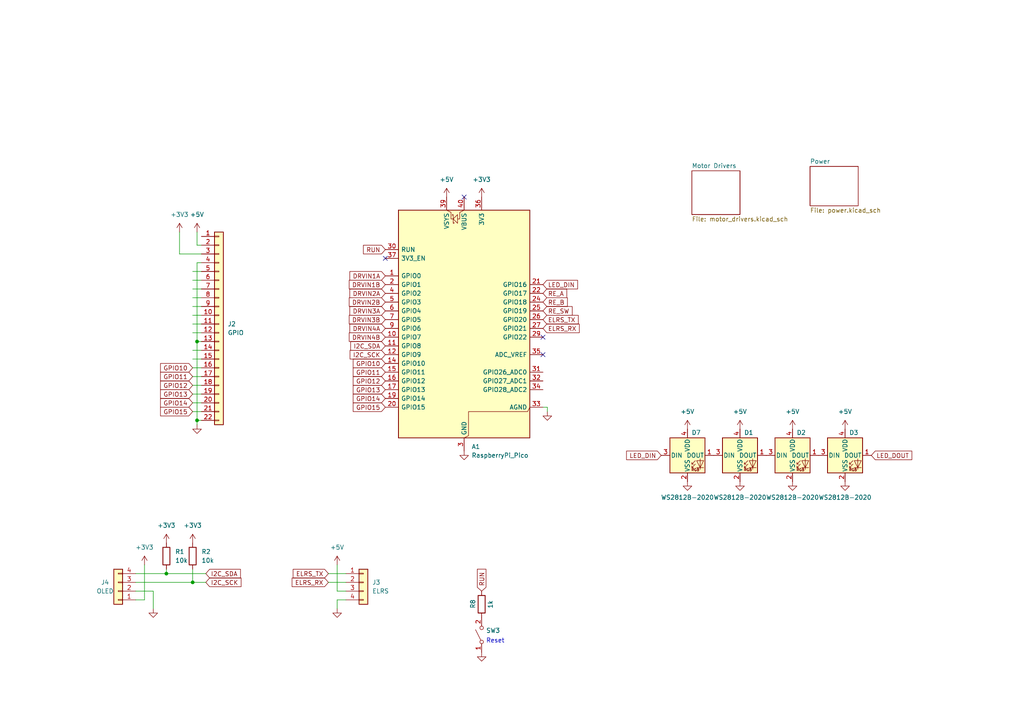
<source format=kicad_sch>
(kicad_sch (version 20250114) (generator "eeschema") (generator_version "9.0")
  (paper "A4")
  (lib_symbols
    (symbol "Connector_Generic:Conn_01x04" (pin_names (offset 1.016) (hide yes))
      (property "Reference" "J" (at 0 5.08 0))
      (property "Value" "Conn_01x04" (at 0 -7.62 0))
      (symbol "Conn_01x04_1_1"
        (rectangle (start -1.27 3.81) (end 1.27 -6.35) (stroke (width 0.254)) (fill (type background)))
        (rectangle (start -1.27 2.667) (end 0 2.413) (stroke (width 0.1524)))
        (rectangle (start -1.27 0.127) (end 0 -0.127) (stroke (width 0.1524)))
        (rectangle (start -1.27 -2.413) (end 0 -2.667) (stroke (width 0.1524)))
        (rectangle (start -1.27 -4.953) (end 0 -5.207) (stroke (width 0.1524)))
        (pin passive line (at -5.08 2.54 0) (length 3.81) (name "Pin_1") (number "1"))
        (pin passive line (at -5.08 0 0) (length 3.81) (name "Pin_2") (number "2"))
        (pin passive line (at -5.08 -2.54 0) (length 3.81) (name "Pin_3") (number "3"))
        (pin passive line (at -5.08 -5.08 0) (length 3.81) (name "Pin_4") (number "4"))
      )
    )
    (symbol "Connector_Generic:Conn_01x22" (pin_names (offset 1.016) (hide yes))
      (property "Reference" "J" (at 0 27.94 0))
      (property "Value" "Conn_01x22" (at 0 -30.48 0))
      (symbol "Conn_01x22_1_1"
        (rectangle (start -1.27 26.67) (end 1.27 -29.21) (stroke (width 0.254)) (fill (type background)))
        (rectangle (start -1.27 25.527) (end 0 25.273) (stroke (width 0.1524)))
        (rectangle (start -1.27 22.987) (end 0 22.733) (stroke (width 0.1524)))
        (rectangle (start -1.27 20.447) (end 0 20.193) (stroke (width 0.1524)))
        (rectangle (start -1.27 17.907) (end 0 17.653) (stroke (width 0.1524)))
        (rectangle (start -1.27 15.367) (end 0 15.113) (stroke (width 0.1524)))
        (rectangle (start -1.27 12.827) (end 0 12.573) (stroke (width 0.1524)))
        (rectangle (start -1.27 10.287) (end 0 10.033) (stroke (width 0.1524)))
        (rectangle (start -1.27 7.747) (end 0 7.493) (stroke (width 0.1524)))
        (rectangle (start -1.27 5.207) (end 0 4.953) (stroke (width 0.1524)))
        (rectangle (start -1.27 2.667) (end 0 2.413) (stroke (width 0.1524)))
        (rectangle (start -1.27 0.127) (end 0 -0.127) (stroke (width 0.1524)))
        (rectangle (start -1.27 -2.413) (end 0 -2.667) (stroke (width 0.1524)))
        (rectangle (start -1.27 -4.953) (end 0 -5.207) (stroke (width 0.1524)))
        (rectangle (start -1.27 -7.493) (end 0 -7.747) (stroke (width 0.1524)))
        (rectangle (start -1.27 -10.033) (end 0 -10.287) (stroke (width 0.1524)))
        (rectangle (start -1.27 -12.573) (end 0 -12.827) (stroke (width 0.1524)))
        (rectangle (start -1.27 -15.113) (end 0 -15.367) (stroke (width 0.1524)))
        (rectangle (start -1.27 -17.653) (end 0 -17.907) (stroke (width 0.1524)))
        (rectangle (start -1.27 -20.193) (end 0 -20.447) (stroke (width 0.1524)))
        (rectangle (start -1.27 -22.733) (end 0 -22.987) (stroke (width 0.1524)))
        (rectangle (start -1.27 -25.273) (end 0 -25.527) (stroke (width 0.1524)))
        (rectangle (start -1.27 -27.813) (end 0 -28.067) (stroke (width 0.1524)))
        (pin passive line (at -5.08 25.4 0) (length 3.81) (name "Pin_1") (number "1"))
        (pin passive line (at -5.08 22.86 0) (length 3.81) (name "Pin_2") (number "2"))
        (pin passive line (at -5.08 20.32 0) (length 3.81) (name "Pin_3") (number "3"))
        (pin passive line (at -5.08 17.78 0) (length 3.81) (name "Pin_4") (number "4"))
        (pin passive line (at -5.08 15.24 0) (length 3.81) (name "Pin_5") (number "5"))
        (pin passive line (at -5.08 12.7 0) (length 3.81) (name "Pin_6") (number "6"))
        (pin passive line (at -5.08 10.16 0) (length 3.81) (name "Pin_7") (number "7"))
        (pin passive line (at -5.08 7.62 0) (length 3.81) (name "Pin_8") (number "8"))
        (pin passive line (at -5.08 5.08 0) (length 3.81) (name "Pin_9") (number "9"))
        (pin passive line (at -5.08 2.54 0) (length 3.81) (name "Pin_10") (number "10"))
        (pin passive line (at -5.08 0 0) (length 3.81) (name "Pin_11") (number "11"))
        (pin passive line (at -5.08 -2.54 0) (length 3.81) (name "Pin_12") (number "12"))
        (pin passive line (at -5.08 -5.08 0) (length 3.81) (name "Pin_13") (number "13"))
        (pin passive line (at -5.08 -7.62 0) (length 3.81) (name "Pin_14") (number "14"))
        (pin passive line (at -5.08 -10.16 0) (length 3.81) (name "Pin_15") (number "15"))
        (pin passive line (at -5.08 -12.7 0) (length 3.81) (name "Pin_16") (number "16"))
        (pin passive line (at -5.08 -15.24 0) (length 3.81) (name "Pin_17") (number "17"))
        (pin passive line (at -5.08 -17.78 0) (length 3.81) (name "Pin_18") (number "18"))
        (pin passive line (at -5.08 -20.32 0) (length 3.81) (name "Pin_19") (number "19"))
        (pin passive line (at -5.08 -22.86 0) (length 3.81) (name "Pin_20") (number "20"))
        (pin passive line (at -5.08 -25.4 0) (length 3.81) (name "Pin_21") (number "21"))
        (pin passive line (at -5.08 -27.94 0) (length 3.81) (name "Pin_22") (number "22"))
      )
    )
    (symbol "Device:R" (pin_numbers (hide yes)) (pin_names (offset 0))
      (property "Reference" "R" (at 2.032 0 90))
      (property "Value" "R" (at 0 0 90))
      (symbol "R_0_1"
        (rectangle (start -1.016 -2.54) (end 1.016 2.54) (stroke (width 0.254)))
      )
      (symbol "R_1_1"
        (pin passive line (at 0 3.81 270) (length 1.27) (name "~") (number "1"))
        (pin passive line (at 0 -3.81 90) (length 1.27) (name "~") (number "2"))
      )
    )
    (symbol "LED:WS2812B-2020" (pin_names (offset 0.254))
      (property "Reference" "D" (at 5.08 5.715 0))
      (property "Value" "WS2812B-2020" (at 1.27 -5.715 0))
      (symbol "WS2812B-2020_0_0"
        (text "RGB" (at 2.286 -4.191 0) (effects (font (size 0.762 0.762))))
      )
      (symbol "WS2812B-2020_0_1"
        (polyline (pts (xy 1.27 -2.54) (xy 1.778 -2.54)))
        (polyline (pts (xy 1.27 -3.556) (xy 1.778 -3.556)))
        (polyline (pts (xy 2.286 -1.524) (xy 1.27 -2.54) (xy 1.27 -2.032)))
        (polyline (pts (xy 2.286 -2.54) (xy 1.27 -3.556) (xy 1.27 -3.048)))
        (polyline (pts (xy 3.683 -1.016) (xy 3.683 -3.556) (xy 3.683 -4.064)))
        (polyline (pts (xy 4.699 -1.524) (xy 2.667 -1.524) (xy 3.683 -3.556) (xy 4.699 -1.524)))
        (polyline (pts (xy 4.699 -3.556) (xy 2.667 -3.556)))
        (rectangle (start 5.08 5.08) (end -5.08 -5.08) (stroke (width 0.254)) (fill (type background)))
      )
      (symbol "WS2812B-2020_1_1"
        (pin input line (at -7.62 0 0) (length 2.54) (name "DIN") (number "3"))
        (pin power_in line (at 0 7.62 270) (length 2.54) (name "VDD") (number "4"))
        (pin power_in line (at 0 -7.62 90) (length 2.54) (name "VSS") (number "2"))
        (pin output line (at 7.62 0 180) (length 2.54) (name "DOUT") (number "1"))
      )
    )
    (symbol "MCU_Module:RaspberryPi_Pico" (pin_names (offset 0.762))
      (property "Reference" "A" (at -19.05 35.56 0))
      (property "Value" "RaspberryPi_Pico" (at 7.62 35.56 0))
      (symbol "RaspberryPi_Pico_0_1"
        (rectangle (start -19.05 34.29) (end 19.05 -31.75) (stroke (width 0.254)) (fill (type background)))
        (polyline (pts (xy -5.08 34.29) (xy -3.81 33.655) (xy -3.81 31.75) (xy -3.175 31.75)))
        (polyline (pts (xy -3.429 32.766) (xy -3.429 33.02) (xy -3.175 33.02) (xy -3.175 30.48) (xy -2.921 30.48) (xy -2.921 30.734)))
        (polyline (pts (xy -3.175 31.75) (xy -1.905 33.02) (xy -1.905 30.48) (xy -3.175 31.75)))
        (polyline (pts (xy 0 34.29) (xy -1.27 33.655) (xy -1.27 31.75) (xy -1.905 31.75)))
        (polyline (pts (xy 0 -31.75) (xy 1.27 -31.115) (xy 1.27 -24.13) (xy 18.415 -24.13) (xy 19.05 -22.86)))
      )
      (symbol "RaspberryPi_Pico_1_1"
        (pin passive line (at -22.86 22.86 0) (length 3.81) (name "RUN") (number "30"))
        (pin passive line (at -22.86 20.32 0) (length 3.81) (name "3V3_EN") (number "37"))
        (pin bidirectional line (at -22.86 15.24 0) (length 3.81) (name "GPIO0") (number "1"))
        (pin bidirectional line (at -22.86 12.7 0) (length 3.81) (name "GPIO1") (number "2"))
        (pin bidirectional line (at -22.86 10.16 0) (length 3.81) (name "GPIO2") (number "4"))
        (pin bidirectional line (at -22.86 7.62 0) (length 3.81) (name "GPIO3") (number "5"))
        (pin bidirectional line (at -22.86 5.08 0) (length 3.81) (name "GPIO4") (number "6"))
        (pin bidirectional line (at -22.86 2.54 0) (length 3.81) (name "GPIO5") (number "7"))
        (pin bidirectional line (at -22.86 0 0) (length 3.81) (name "GPIO6") (number "9"))
        (pin bidirectional line (at -22.86 -2.54 0) (length 3.81) (name "GPIO7") (number "10"))
        (pin bidirectional line (at -22.86 -5.08 0) (length 3.81) (name "GPIO8") (number "11"))
        (pin bidirectional line (at -22.86 -7.62 0) (length 3.81) (name "GPIO9") (number "12"))
        (pin bidirectional line (at -22.86 -10.16 0) (length 3.81) (name "GPIO10") (number "14"))
        (pin bidirectional line (at -22.86 -12.7 0) (length 3.81) (name "GPIO11") (number "15"))
        (pin bidirectional line (at -22.86 -15.24 0) (length 3.81) (name "GPIO12") (number "16"))
        (pin bidirectional line (at -22.86 -17.78 0) (length 3.81) (name "GPIO13") (number "17"))
        (pin bidirectional line (at -22.86 -20.32 0) (length 3.81) (name "GPIO14") (number "19"))
        (pin bidirectional line (at -22.86 -22.86 0) (length 3.81) (name "GPIO15") (number "20"))
        (pin power_in line (at -5.08 38.1 270) (length 3.81) (name "VSYS") (number "39"))
        (pin power_out line (at 0 38.1 270) (length 3.81) (name "VBUS") (number "40"))
        (pin passive line (at 0 -35.56 90) (length 3.81) (hide yes) (name "GND") (number "13"))
        (pin passive line (at 0 -35.56 90) (length 3.81) (hide yes) (name "GND") (number "18"))
        (pin passive line (at 0 -35.56 90) (length 3.81) (hide yes) (name "GND") (number "23"))
        (pin passive line (at 0 -35.56 90) (length 3.81) (hide yes) (name "GND") (number "28"))
        (pin power_out line (at 0 -35.56 90) (length 3.81) (name "GND") (number "3"))
        (pin passive line (at 0 -35.56 90) (length 3.81) (hide yes) (name "GND") (number "38"))
        (pin passive line (at 0 -35.56 90) (length 3.81) (hide yes) (name "GND") (number "8"))
        (pin power_out line (at 5.08 38.1 270) (length 3.81) (name "3V3") (number "36"))
        (pin bidirectional line (at 22.86 12.7 180) (length 3.81) (name "GPIO16") (number "21"))
        (pin bidirectional line (at 22.86 10.16 180) (length 3.81) (name "GPIO17") (number "22"))
        (pin bidirectional line (at 22.86 7.62 180) (length 3.81) (name "GPIO18") (number "24"))
        (pin bidirectional line (at 22.86 5.08 180) (length 3.81) (name "GPIO19") (number "25"))
        (pin bidirectional line (at 22.86 2.54 180) (length 3.81) (name "GPIO20") (number "26"))
        (pin bidirectional line (at 22.86 0 180) (length 3.81) (name "GPIO21") (number "27"))
        (pin bidirectional line (at 22.86 -2.54 180) (length 3.81) (name "GPIO22") (number "29"))
        (pin power_in line (at 22.86 -7.62 180) (length 3.81) (name "ADC_VREF") (number "35"))
        (pin bidirectional line (at 22.86 -12.7 180) (length 3.81) (name "GPIO26_ADC0") (number "31"))
        (pin bidirectional line (at 22.86 -15.24 180) (length 3.81) (name "GPIO27_ADC1") (number "32"))
        (pin bidirectional line (at 22.86 -17.78 180) (length 3.81) (name "GPIO28_ADC2") (number "34"))
        (pin power_out line (at 22.86 -22.86 180) (length 3.81) (name "AGND") (number "33"))
      )
    )
    (symbol "Switch:SW_SPST" (pin_names (offset 0) (hide yes))
      (property "Reference" "SW" (at 0 3.175 0))
      (property "Value" "SW_SPST" (at 0 -2.54 0))
      (symbol "SW_SPST_0_0"
        (circle (center -2.032 0) (radius 0.508))
        (polyline (pts (xy -1.524 0.254) (xy 1.524 1.778)))
        (circle (center 2.032 0) (radius 0.508))
      )
      (symbol "SW_SPST_1_1"
        (pin passive line (at -5.08 0 0) (length 2.54) (name "A") (number "1"))
        (pin passive line (at 5.08 0 180) (length 2.54) (name "B") (number "2"))
      )
    )
    (symbol "power:+3V3" (power) (pin_names (offset 0))
      (property "Value" "+3V3" (at 0 3.556 0))
      (symbol "+3V3_0_1"
        (polyline (pts (xy -0.762 1.27) (xy 0 2.54)))
        (polyline (pts (xy 0 2.54) (xy 0.762 1.27)))
        (polyline (pts (xy 0 0) (xy 0 2.54)))
      )
      (symbol "+3V3_1_1"
        (pin power_in line (at 0 0 90) (length 0) (hide yes) (name "+3V3") (number "1"))
      )
    )
    (symbol "power:+5V" (power) (pin_names (offset 0))
      (property "Value" "+5V" (at 0 3.556 0))
      (symbol "+5V_0_1"
        (polyline (pts (xy -0.762 1.27) (xy 0 2.54)))
        (polyline (pts (xy 0 2.54) (xy 0.762 1.27)))
        (polyline (pts (xy 0 0) (xy 0 2.54)))
      )
      (symbol "+5V_1_1"
        (pin power_in line (at 0 0 90) (length 0) (hide yes) (name "+5V") (number "1"))
      )
    )
    (symbol "power:GND" (power) (pin_names (offset 0))
      (property "Value" "GND" (at 0 -3.81 0))
      (symbol "GND_0_1"
        (polyline (pts (xy 0 0) (xy 0 -1.27) (xy 1.27 -1.27) (xy 0 -2.54) (xy -1.27 -1.27) (xy 0 -1.27)))
      )
      (symbol "GND_1_1"
        (pin power_in line (at 0 0 270) (length 0) (hide yes) (name "GND") (number "1"))
      )
    )
  )
  (text "Reset" (at 140.97 186.69 0) (effects (font (size 1.27 1.27)) (justify left bottom)))
  (junction (at 55.88 168.91))
  (junction (at 48.26 166.37))
  (junction (at 57.15 121.92))
  (junction (at 57.15 99.06))
  (no_connect (at 157.48 102.87))
  (no_connect (at 134.62 57.15))
  (no_connect (at 157.48 97.79))
  (no_connect (at 111.76 74.93))
  (wire (pts (xy 41.91 173.99) (xy 39.37 173.99)))
  (wire (pts (xy 52.07 73.66) (xy 58.42 73.66)))
  (wire (pts (xy 55.88 91.44) (xy 58.42 91.44)))
  (wire (pts (xy 39.37 166.37) (xy 48.26 166.37)))
  (wire (pts (xy 55.88 119.38) (xy 58.42 119.38)))
  (wire (pts (xy 55.88 104.14) (xy 58.42 104.14)))
  (wire (pts (xy 52.07 67.31) (xy 52.07 73.66)))
  (wire (pts (xy 55.88 165.1) (xy 55.88 168.91)))
  (wire (pts (xy 57.15 121.92) (xy 57.15 99.06)))
  (wire (pts (xy 97.79 173.99) (xy 100.33 173.99)))
  (wire (pts (xy 55.88 81.28) (xy 58.42 81.28)))
  (wire (pts (xy 55.88 111.76) (xy 58.42 111.76)))
  (wire (pts (xy 44.45 171.45) (xy 44.45 176.53)))
  (wire (pts (xy 95.25 168.91) (xy 100.33 168.91)))
  (wire (pts (xy 55.88 168.91) (xy 59.69 168.91)))
  (wire (pts (xy 57.15 71.12) (xy 58.42 71.12)))
  (wire (pts (xy 55.88 116.84) (xy 58.42 116.84)))
  (wire (pts (xy 97.79 176.53) (xy 97.79 173.99)))
  (wire (pts (xy 57.15 67.31) (xy 57.15 71.12)))
  (wire (pts (xy 48.26 165.1) (xy 48.26 166.37)))
  (wire (pts (xy 55.88 88.9) (xy 58.42 88.9)))
  (wire (pts (xy 55.88 106.68) (xy 58.42 106.68)))
  (wire (pts (xy 48.26 166.37) (xy 59.69 166.37)))
  (wire (pts (xy 55.88 93.98) (xy 58.42 93.98)))
  (wire (pts (xy 97.79 171.45) (xy 97.79 163.83)))
  (wire (pts (xy 57.15 76.2) (xy 58.42 76.2)))
  (wire (pts (xy 57.15 99.06) (xy 57.15 76.2)))
  (wire (pts (xy 39.37 171.45) (xy 44.45 171.45)))
  (wire (pts (xy 55.88 109.22) (xy 58.42 109.22)))
  (wire (pts (xy 95.25 166.37) (xy 100.33 166.37)))
  (wire (pts (xy 55.88 96.52) (xy 58.42 96.52)))
  (wire (pts (xy 55.88 101.6) (xy 58.42 101.6)))
  (wire (pts (xy 57.15 99.06) (xy 58.42 99.06)))
  (wire (pts (xy 55.88 83.82) (xy 58.42 83.82)))
  (wire (pts (xy 55.88 114.3) (xy 58.42 114.3)))
  (wire (pts (xy 57.15 121.92) (xy 58.42 121.92)))
  (wire (pts (xy 41.91 163.83) (xy 41.91 173.99)))
  (wire (pts (xy 39.37 168.91) (xy 55.88 168.91)))
  (wire (pts (xy 55.88 78.74) (xy 58.42 78.74)))
  (wire (pts (xy 55.88 86.36) (xy 58.42 86.36)))
  (wire (pts (xy 100.33 171.45) (xy 97.79 171.45)))
  (wire (pts (xy 158.75 118.11) (xy 158.75 119.38)))
  (wire (pts (xy 157.48 118.11) (xy 158.75 118.11)))
  (wire (pts (xy 57.15 123.19) (xy 57.15 121.92)))
  (global_label "GPIO12" (shape input) (at 111.76 110.49 180) (property "Intersheetrefs" "${INTERSHEET_REFS}" (effects (hide yes))))
  (global_label "I2C_SCK" (shape input) (at 59.69 168.91 0) (property "Intersheetrefs" "${INTERSHEET_REFS}" (effects (hide yes))))
  (global_label "LED_DOUT" (shape input) (at 252.73 132.08 0) (property "Intersheetrefs" "${INTERSHEET_REFS}" (effects (hide yes))))
  (global_label "GPIO11" (shape input) (at 111.76 107.95 180) (property "Intersheetrefs" "${INTERSHEET_REFS}" (effects (hide yes))))
  (global_label "GPIO12" (shape input) (at 55.88 111.76 180) (property "Intersheetrefs" "${INTERSHEET_REFS}" (effects (hide yes))))
  (global_label "RE_B" (shape input) (at 157.48 87.63 0) (property "Intersheetrefs" "${INTERSHEET_REFS}" (effects (hide yes))))
  (global_label "GPIO10" (shape input) (at 55.88 106.68 180) (property "Intersheetrefs" "${INTERSHEET_REFS}" (effects (hide yes))))
  (global_label "ELRS_RX" (shape input) (at 95.25 168.91 180) (property "Intersheetrefs" "${INTERSHEET_REFS}" (effects (hide yes))))
  (global_label "I2C_SCK" (shape input) (at 111.76 102.87 180) (property "Intersheetrefs" "${INTERSHEET_REFS}" (effects (hide yes))))
  (global_label "GPIO10" (shape input) (at 111.76 105.41 180) (property "Intersheetrefs" "${INTERSHEET_REFS}" (effects (hide yes))))
  (global_label "ELRS_RX" (shape input) (at 157.48 95.25 0) (property "Intersheetrefs" "${INTERSHEET_REFS}" (effects (hide yes))))
  (global_label "GPIO11" (shape input) (at 55.88 109.22 180) (property "Intersheetrefs" "${INTERSHEET_REFS}" (effects (hide yes))))
  (global_label "DRVIN3A" (shape input) (at 111.76 90.17 180) (property "Intersheetrefs" "${INTERSHEET_REFS}" (effects (hide yes))))
  (global_label "GPIO13" (shape input) (at 55.88 114.3 180) (property "Intersheetrefs" "${INTERSHEET_REFS}" (effects (hide yes))))
  (global_label "GPIO14" (shape input) (at 55.88 116.84 180) (property "Intersheetrefs" "${INTERSHEET_REFS}" (effects (hide yes))))
  (global_label "GPIO15" (shape input) (at 111.76 118.11 180) (property "Intersheetrefs" "${INTERSHEET_REFS}" (effects (hide yes))))
  (global_label "ELRS_TX" (shape input) (at 95.25 166.37 180) (property "Intersheetrefs" "${INTERSHEET_REFS}" (effects (hide yes))))
  (global_label "DRVIN2B" (shape input) (at 111.76 87.63 180) (property "Intersheetrefs" "${INTERSHEET_REFS}" (effects (hide yes))))
  (global_label "DRVIN2A" (shape input) (at 111.76 85.09 180) (property "Intersheetrefs" "${INTERSHEET_REFS}" (effects (hide yes))))
  (global_label "I2C_SDA" (shape input) (at 59.69 166.37 0) (property "Intersheetrefs" "${INTERSHEET_REFS}" (effects (hide yes))))
  (global_label "RE_SW" (shape input) (at 157.48 90.17 0) (property "Intersheetrefs" "${INTERSHEET_REFS}" (effects (hide yes))))
  (global_label "ELRS_TX" (shape input) (at 157.48 92.71 0) (property "Intersheetrefs" "${INTERSHEET_REFS}" (effects (hide yes))))
  (global_label "DRVIN3B" (shape input) (at 111.76 92.71 180) (property "Intersheetrefs" "${INTERSHEET_REFS}" (effects (hide yes))))
  (global_label "DRVIN1B" (shape input) (at 111.76 82.55 180) (property "Intersheetrefs" "${INTERSHEET_REFS}" (effects (hide yes))))
  (global_label "RUN" (shape input) (at 111.76 72.39 180) (property "Intersheetrefs" "${INTERSHEET_REFS}" (effects (hide yes))))
  (global_label "RUN" (shape input) (at 139.7 171.45 90) (property "Intersheetrefs" "${INTERSHEET_REFS}" (effects (hide yes))))
  (global_label "LED_DIN" (shape input) (at 191.77 132.08 180) (property "Intersheetrefs" "${INTERSHEET_REFS}" (effects (hide yes))))
  (global_label "LED_DIN" (shape input) (at 157.48 82.55 0) (property "Intersheetrefs" "${INTERSHEET_REFS}" (effects (hide yes))))
  (global_label "I2C_SDA" (shape input) (at 111.76 100.33 180) (property "Intersheetrefs" "${INTERSHEET_REFS}" (effects (hide yes))))
  (global_label "DRVIN4A" (shape input) (at 111.76 95.25 180) (property "Intersheetrefs" "${INTERSHEET_REFS}" (effects (hide yes))))
  (global_label "DRVIN1A" (shape input) (at 111.76 80.01 180) (property "Intersheetrefs" "${INTERSHEET_REFS}" (effects (hide yes))))
  (global_label "DRVIN4B" (shape input) (at 111.76 97.79 180) (property "Intersheetrefs" "${INTERSHEET_REFS}" (effects (hide yes))))
  (global_label "GPIO13" (shape input) (at 111.76 113.03 180) (property "Intersheetrefs" "${INTERSHEET_REFS}" (effects (hide yes))))
  (global_label "GPIO14" (shape input) (at 111.76 115.57 180) (property "Intersheetrefs" "${INTERSHEET_REFS}" (effects (hide yes))))
  (global_label "RE_A" (shape input) (at 157.48 85.09 0) (property "Intersheetrefs" "${INTERSHEET_REFS}" (effects (hide yes))))
  (global_label "GPIO15" (shape input) (at 55.88 119.38 180) (property "Intersheetrefs" "${INTERSHEET_REFS}" (effects (hide yes))))
  (symbol (lib_id "power:GND") (at 158.75 119.38 0) (unit 1)
    (property "Reference" "#PWR09" (effects (hide yes)))
    (property "Value" "GND" (effects (hide yes)))
  )
  (symbol (lib_id "power:+3V3") (at 48.26 157.48 0) (unit 1)
    (property "Reference" "#PWR06" (effects (hide yes)))
    (property "Value" "+3V3" (at 48.26 152.4 0))
  )
  (symbol (lib_id "power:+5V") (at 229.87 124.46 0) (unit 1)
    (property "Reference" "#PWR014" (effects (hide yes)))
    (property "Value" "+5V" (at 229.87 119.38 0))
  )
  (symbol (lib_id "power:+3V3") (at 139.7 57.15 0) (unit 1)
    (property "Reference" "#PWR01" (effects (hide yes)))
    (property "Value" "+3V3" (at 139.7 52.07 0))
  )
  (symbol (lib_id "Device:R") (at 48.26 161.29 0) (unit 1)
    (property "Reference" "R1" (at 50.8 160.0199 0) (effects (justify left)))
    (property "Value" "10k" (at 50.8 162.5599 0) (effects (justify left)))
    (property "Footprint" "Resistor_SMD:R_0402_1005Metric" (effects (hide yes)))
    (property "Datasheet" "https://jlcpcb.com/partdetail/26487-0402WGF1002TCE/C25744" (effects (hide yes)))
    (property "Description" "Resistor" (effects (hide yes)))
    (property "LCSC Part" "C25744" (effects (hide yes)))
  )
  (symbol (lib_id "power:GND") (at 134.62 130.81 0) (unit 1)
    (property "Reference" "#PWR08" (effects (hide yes)))
    (property "Value" "GND" (effects (hide yes)))
  )
  (symbol (lib_id "power:+5V") (at 57.15 67.31 0) (unit 1)
    (property "Reference" "#PWR051" (effects (hide yes)))
    (property "Value" "+5V" (at 57.15 62.23 0))
  )
  (symbol (lib_id "Device:R") (at 139.7 175.26 0) (unit 1)
    (property "Reference" "R8" (at 137.16 176.53 90) (effects (justify left)))
    (property "Value" "1k" (at 142.24 176.53 90) (effects (justify left)))
    (property "Footprint" "Resistor_SMD:R_0402_1005Metric" (effects (hide yes)))
    (property "Datasheet" "https://datasheet.lcsc.com/lcsc/2206010216_UNI-ROYAL-Uniroyal-Elec-0402WGF1001TCE_C11702.pdf" (effects (hide yes)))
    (property "LCSC Part" "C11702" (effects (hide yes)))
  )
  (symbol (lib_id "power:+3V3") (at 55.88 157.48 0) (unit 1)
    (property "Reference" "#PWR07" (effects (hide yes)))
    (property "Value" "+3V3" (at 55.88 152.4 0))
  )
  (symbol (lib_id "power:GND") (at 245.11 139.7 0) (unit 1)
    (property "Reference" "#PWR017" (effects (hide yes)))
    (property "Value" "GND" (effects (hide yes)))
  )
  (symbol (lib_id "power:GND") (at 199.39 139.7 0) (unit 1)
    (property "Reference" "#PWR010" (effects (hide yes)))
    (property "Value" "GND" (effects (hide yes)))
  )
  (symbol (lib_id "power:+5V") (at 245.11 124.46 0) (unit 1)
    (property "Reference" "#PWR016" (effects (hide yes)))
    (property "Value" "+5V" (at 245.11 119.38 0))
  )
  (symbol (lib_id "Connector_Generic:Conn_01x22") (at 63.5 93.98 0) (unit 1)
    (property "Reference" "J2" (at 66.04 93.98 0) (effects (justify left)))
    (property "Value" "GPIO" (at 66.04 96.52 0) (effects (justify left)))
    (property "Footprint" "Connector_PinHeader_2.54mm:PinHeader_1x22_P2.54mm_Vertical" (effects (hide yes)))
    (property "JLCPCB BOM" "false" (effects (hide yes)))
  )
  (symbol (lib_id "LED:WS2812B-2020") (at 229.87 132.08 0) (unit 1)
    (property "Reference" "D2" (at 232.41 125.476 0))
    (property "Value" "WS2812B-2020" (at 229.87 144.272 0))
    (property "Footprint" "LED_SMD:LED_WS2812B-2020_PLCC4_2.0x2.0mm" (effects (hide yes)))
    (property "Datasheet" "https://cdn-shop.adafruit.com/product-files/4684/4684_WS2812B-2020_V1.3_EN.pdf" (effects (hide yes)))
    (property "Description" "RGB LED with integrated controller, 2.0 x 2.0 mm, 12 mA" (effects (hide yes)))
    (property "LCSC Part" "C965555" (effects (hide yes)))
  )
  (symbol (lib_id "power:GND") (at 214.63 139.7 0) (unit 1)
    (property "Reference" "#PWR013" (effects (hide yes)))
    (property "Value" "GND" (effects (hide yes)))
  )
  (symbol (lib_id "power:GND") (at 57.15 123.19 0) (unit 1)
    (property "Reference" "#PWR050" (effects (hide yes)))
    (property "Value" "GND" (effects (hide yes)))
  )
  (symbol (lib_id "power:+5V") (at 129.54 57.15 0) (unit 1)
    (property "Reference" "#PWR02" (effects (hide yes)))
    (property "Value" "+5V" (at 129.54 52.07 0))
  )
  (symbol (lib_id "power:GND") (at 97.79 176.53 0) (unit 1)
    (property "Reference" "#PWR028" (effects (hide yes)))
    (property "Value" "GND" (effects (hide yes)))
  )
  (symbol (lib_id "power:GND") (at 44.45 176.53 0) (unit 1)
    (property "Reference" "#PWR029" (effects (hide yes)))
    (property "Value" "GND" (effects (hide yes)))
  )
  (symbol (lib_id "power:GND") (at 229.87 139.7 0) (unit 1)
    (property "Reference" "#PWR015" (effects (hide yes)))
    (property "Value" "GND" (effects (hide yes)))
  )
  (symbol (lib_id "Switch:SW_SPST") (at 139.7 184.15 90) (unit 1)
    (property "Reference" "SW3" (at 140.97 182.88 90) (effects (justify right)))
    (property "Value" "TS-1187A-B-A-B" (effects (hide yes)))
    (property "Footprint" "Button_Switch_SMD:SW_Push_1P1T_XKB_TS-1187A" (effects (hide yes)))
    (property "Datasheet" "https://datasheet.lcsc.com/lcsc/2304140030_XKB-Connectivity-TS-1187A-B-A-B_C318884.pdf" (effects (hide yes)))
    (property "LCSC Part" "C318884" (effects (hide yes)))
  )
  (symbol (lib_id "Connector_Generic:Conn_01x04") (at 105.41 168.91 0) (unit 1)
    (property "Reference" "J3" (at 107.95 168.91 0) (effects (justify left)))
    (property "Value" "ELRS" (at 107.95 171.45 0) (effects (justify left)))
    (property "Footprint" "Connector_PinHeader_2.54mm:PinHeader_1x04_P2.54mm_Vertical" (effects (hide yes)))
    (property "JLCPCB BOM" "false" (effects (hide yes)))
  )
  (symbol (lib_id "Connector_Generic:Conn_01x04") (at 34.29 171.45 180) (unit 1)
    (property "Reference" "J4" (at 30.48 168.91 0))
    (property "Value" "OLED" (at 30.48 171.45 0))
    (property "Footprint" "Connector_PinHeader_2.54mm:PinHeader_1x04_P2.54mm_Vertical" (effects (hide yes)))
    (property "JLCPCB BOM" "false" (effects (hide yes)))
  )
  (symbol (lib_id "LED:WS2812B-2020") (at 199.39 132.08 0) (unit 1)
    (property "Reference" "D7" (at 201.93 125.476 0))
    (property "Value" "WS2812B-2020" (at 199.39 144.272 0))
    (property "Footprint" "LED_SMD:LED_WS2812B-2020_PLCC4_2.0x2.0mm" (effects (hide yes)))
    (property "Datasheet" "https://cdn-shop.adafruit.com/product-files/4684/4684_WS2812B-2020_V1.3_EN.pdf" (effects (hide yes)))
    (property "Description" "RGB LED with integrated controller, 2.0 x 2.0 mm, 12 mA" (effects (hide yes)))
    (property "LCSC Part" "C965555" (effects (hide yes)))
  )
  (symbol (lib_id "power:+5V") (at 97.79 163.83 0) (unit 1)
    (property "Reference" "#PWR026" (effects (hide yes)))
    (property "Value" "+5V" (at 97.79 158.75 0))
  )
  (symbol (lib_id "Device:R") (at 55.88 161.29 0) (unit 1)
    (property "Reference" "R2" (at 58.42 160.0199 0) (effects (justify left)))
    (property "Value" "10k" (at 58.42 162.5599 0) (effects (justify left)))
    (property "Footprint" "Resistor_SMD:R_0402_1005Metric" (effects (hide yes)))
    (property "Datasheet" "https://jlcpcb.com/partdetail/26487-0402WGF1002TCE/C25744" (effects (hide yes)))
    (property "Description" "Resistor" (effects (hide yes)))
    (property "LCSC Part" "C25744" (effects (hide yes)))
  )
  (symbol (lib_id "power:+3V3") (at 41.91 163.83 0) (unit 1)
    (property "Reference" "#PWR027" (effects (hide yes)))
    (property "Value" "+3V3" (at 41.91 158.75 0))
  )
  (symbol (lib_id "power:GND") (at 139.7 189.23 0) (unit 1)
    (property "Reference" "#PWR038" (effects (hide yes)))
    (property "Value" "GND" (effects (hide yes)))
  )
  (symbol (lib_id "LED:WS2812B-2020") (at 245.11 132.08 0) (unit 1)
    (property "Reference" "D3" (at 247.65 125.476 0))
    (property "Value" "WS2812B-2020" (at 245.11 144.272 0))
    (property "Footprint" "LED_SMD:LED_WS2812B-2020_PLCC4_2.0x2.0mm" (effects (hide yes)))
    (property "Datasheet" "https://cdn-shop.adafruit.com/product-files/4684/4684_WS2812B-2020_V1.3_EN.pdf" (effects (hide yes)))
    (property "Description" "RGB LED with integrated controller, 2.0 x 2.0 mm, 12 mA" (effects (hide yes)))
    (property "LCSC Part" "C965555" (effects (hide yes)))
  )
  (symbol (lib_id "MCU_Module:RaspberryPi_Pico") (at 134.62 95.25 0) (unit 1)
    (property "Reference" "A1" (at 136.7633 129.54 0) (effects (justify left)))
    (property "Value" "RaspberryPi_Pico" (at 136.7633 132.08 0) (effects (justify left)))
    (property "Footprint" "Module:RaspberryPi_Pico_Common_SMD" (effects (hide yes)))
    (property "Datasheet" "https://datasheets.raspberrypi.com/pico/pico-datasheet.pdf" (effects (hide yes)))
    (property "Description" "Versatile and inexpensive microcontroller module powered by RP2040 dual-core Arm Cortex-M0+ processor up to 133 MHz, 264kB SRAM, 2MB QSPI flash; also supports Raspberry Pi Pico 2" (effects (hide yes)))
  )
  (symbol (lib_id "power:+3V3") (at 52.07 67.31 0) (unit 1)
    (property "Reference" "#PWR052" (effects (hide yes)))
    (property "Value" "+3V3" (at 52.07 62.23 0))
  )
  (symbol (lib_id "power:+5V") (at 214.63 124.46 0) (unit 1)
    (property "Reference" "#PWR012" (effects (hide yes)))
    (property "Value" "+5V" (at 214.63 119.38 0))
  )
  (symbol (lib_id "power:+5V") (at 199.39 124.46 0) (unit 1)
    (property "Reference" "#PWR011" (effects (hide yes)))
    (property "Value" "+5V" (at 199.39 119.38 0))
  )
  (symbol (lib_id "LED:WS2812B-2020") (at 214.63 132.08 0) (unit 1)
    (property "Reference" "D1" (at 217.17 125.476 0))
    (property "Value" "WS2812B-2020" (at 214.63 144.272 0))
    (property "Footprint" "LED_SMD:LED_WS2812B-2020_PLCC4_2.0x2.0mm" (effects (hide yes)))
    (property "Datasheet" "https://cdn-shop.adafruit.com/product-files/4684/4684_WS2812B-2020_V1.3_EN.pdf" (effects (hide yes)))
    (property "Description" "RGB LED with integrated controller, 2.0 x 2.0 mm, 12 mA" (effects (hide yes)))
    (property "LCSC Part" "C965555" (effects (hide yes)))
  )
  (sheet (at 234.95 48.26) (size 13.97 11.43) (stroke (width 0.1524))
    (property "Sheetname" "Power" (at 234.95 47.5484 0) (effects (justify left bottom)))
    (property "Sheetfile" "power.kicad_sch" (at 234.95 60.2746 0) (effects (justify left top)))
  )
  (sheet (at 200.66 49.53) (size 13.97 12.7) (stroke (width 0.1524))
    (property "Sheetname" "Motor Drivers" (at 200.66 48.8184 0) (effects (justify left bottom)))
    (property "Sheetfile" "motor_drivers.kicad_sch" (at 200.66 62.8146 0) (effects (justify left top)))
  )
)
</source>
